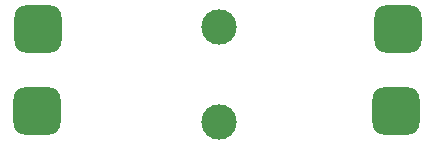
<source format=gbl>
G04*
G04 #@! TF.GenerationSoftware,Altium Limited,Altium Designer,20.0.13 (296)*
G04*
G04 Layer_Physical_Order=2*
G04 Layer_Color=16711680*
%FSLAX25Y25*%
%MOIN*%
G70*
G01*
G75*
G04:AMPARAMS|DCode=30|XSize=157.48mil|YSize=157.48mil|CornerRadius=39.37mil|HoleSize=0mil|Usage=FLASHONLY|Rotation=0.000|XOffset=0mil|YOffset=0mil|HoleType=Round|Shape=RoundedRectangle|*
%AMROUNDEDRECTD30*
21,1,0.15748,0.07874,0,0,0.0*
21,1,0.07874,0.15748,0,0,0.0*
1,1,0.07874,0.03937,-0.03937*
1,1,0.07874,-0.03937,-0.03937*
1,1,0.07874,-0.03937,0.03937*
1,1,0.07874,0.03937,0.03937*
%
%ADD30ROUNDEDRECTD30*%
%ADD31C,0.11811*%
D30*
X500529Y234205D02*
D03*
X499869Y206995D02*
D03*
X380529Y234205D02*
D03*
X380158Y206991D02*
D03*
D31*
X440966Y234871D02*
D03*
Y203375D02*
D03*
M02*

</source>
